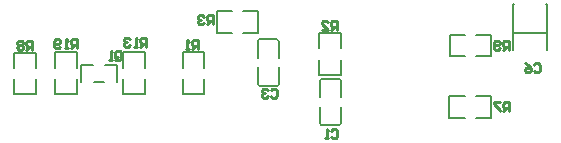
<source format=gbo>
G04*
G04 #@! TF.GenerationSoftware,Altium Limited,Altium Designer,20.1.8 (145)*
G04*
G04 Layer_Color=32896*
%FSLAX25Y25*%
%MOIN*%
G70*
G04*
G04 #@! TF.SameCoordinates,ADFB47FA-FD8B-4379-A6DC-C8A90555AE01*
G04*
G04*
G04 #@! TF.FilePolarity,Positive*
G04*
G01*
G75*
%ADD11C,0.01000*%
%ADD12C,0.00600*%
G36*
X781588Y325135D02*
X782423D01*
Y323335D01*
X781588D01*
Y325135D01*
D01*
D02*
G37*
G36*
X793812D02*
X792977D01*
Y323335D01*
X793812D01*
Y325135D01*
D01*
D02*
G37*
D11*
X649400Y321000D02*
Y323000D01*
X649900Y323499D01*
X650900D01*
X651399Y323000D01*
Y321000D01*
X650900Y320500D01*
X649900D01*
X650400Y321500D02*
X649400Y320500D01*
X649900D02*
X649400Y321000D01*
X648400Y320500D02*
X647401D01*
X647900D01*
Y323499D01*
X648400Y323000D01*
X789000Y318900D02*
X789500Y319399D01*
X790499D01*
X790999Y318900D01*
Y316900D01*
X790499Y316401D01*
X789500D01*
X789000Y316900D01*
X786001Y319399D02*
X787001Y318900D01*
X788000Y317900D01*
Y316900D01*
X787500Y316401D01*
X786501D01*
X786001Y316900D01*
Y317400D01*
X786501Y317900D01*
X788000D01*
X676999Y324112D02*
Y327111D01*
X675500D01*
X675000Y326611D01*
Y325611D01*
X675500Y325111D01*
X676999D01*
X676000D02*
X675000Y324112D01*
X674000D02*
X673001D01*
X673500D01*
Y327111D01*
X674000Y326611D01*
X681962Y332300D02*
Y335299D01*
X680463D01*
X679963Y334800D01*
Y333800D01*
X680463Y333300D01*
X681962D01*
X680963D02*
X679963Y332300D01*
X678963Y334800D02*
X678463Y335299D01*
X677464D01*
X676964Y334800D01*
Y334300D01*
X677464Y333800D01*
X677963D01*
X677464D01*
X676964Y333300D01*
Y332800D01*
X677464Y332300D01*
X678463D01*
X678963Y332800D01*
X723358Y330529D02*
Y333528D01*
X721859D01*
X721359Y333028D01*
Y332028D01*
X721859Y331528D01*
X723358D01*
X722359D02*
X721359Y330529D01*
X718360D02*
X720359D01*
X718360Y332528D01*
Y333028D01*
X718860Y333528D01*
X719860D01*
X720359Y333028D01*
X636653Y324301D02*
Y327300D01*
X635153D01*
X634653Y326800D01*
Y325800D01*
X635153Y325300D01*
X636653D01*
X635653D02*
X634653Y324301D01*
X633653D02*
X632654D01*
X633154D01*
Y327300D01*
X633653Y326800D01*
X631154Y324800D02*
X630654Y324301D01*
X629655D01*
X629155Y324800D01*
Y326800D01*
X629655Y327300D01*
X630654D01*
X631154Y326800D01*
Y326300D01*
X630654Y325800D01*
X629155D01*
X659849Y324800D02*
Y327800D01*
X658349D01*
X657849Y327300D01*
Y326300D01*
X658349Y325800D01*
X659849D01*
X658849D02*
X657849Y324800D01*
X656850D02*
X655850D01*
X656350D01*
Y327800D01*
X656850Y327300D01*
X654351D02*
X653851Y327800D01*
X652851D01*
X652351Y327300D01*
Y326800D01*
X652851Y326300D01*
X653351D01*
X652851D01*
X652351Y325800D01*
Y325300D01*
X652851Y324800D01*
X653851D01*
X654351Y325300D01*
X780699Y323800D02*
Y326800D01*
X779200D01*
X778700Y326300D01*
Y325300D01*
X779200Y324800D01*
X780699D01*
X779700D02*
X778700Y323800D01*
X777700Y324300D02*
X777200Y323800D01*
X776201D01*
X775701Y324300D01*
Y326300D01*
X776201Y326800D01*
X777200D01*
X777700Y326300D01*
Y325800D01*
X777200Y325300D01*
X775701D01*
X621810Y323852D02*
Y326852D01*
X620310D01*
X619810Y326352D01*
Y325352D01*
X620310Y324852D01*
X621810D01*
X620810D02*
X619810Y323852D01*
X618811Y326352D02*
X618311Y326852D01*
X617311D01*
X616811Y326352D01*
Y325852D01*
X617311Y325352D01*
X616811Y324852D01*
Y324352D01*
X617311Y323852D01*
X618311D01*
X618811Y324352D01*
Y324852D01*
X618311Y325352D01*
X618811Y325852D01*
Y326352D01*
X618311Y325352D02*
X617311D01*
X780799Y303400D02*
Y306399D01*
X779300D01*
X778800Y305900D01*
Y304900D01*
X779300Y304400D01*
X780799D01*
X779800D02*
X778800Y303400D01*
X777800Y306399D02*
X775801D01*
Y305900D01*
X777800Y303900D01*
Y303400D01*
X701300Y310363D02*
X701800Y310862D01*
X702799D01*
X703299Y310363D01*
Y308363D01*
X702799Y307863D01*
X701800D01*
X701300Y308363D01*
X700300Y310363D02*
X699800Y310862D01*
X698801D01*
X698301Y310363D01*
Y309863D01*
X698801Y309363D01*
X699300D01*
X698801D01*
X698301Y308863D01*
Y308363D01*
X698801Y307863D01*
X699800D01*
X700300Y308363D01*
X721459Y296928D02*
X721959Y297428D01*
X722959D01*
X723459Y296928D01*
Y294929D01*
X722959Y294429D01*
X721959D01*
X721459Y294929D01*
X720460Y294429D02*
X719460D01*
X719960D01*
Y297428D01*
X720460Y296928D01*
D12*
X724117Y298761D02*
G03*
X724717Y299361I0J600D01*
G01*
X717602D02*
G03*
X718202Y298761I600J0D01*
G01*
X724717Y313622D02*
G03*
X724117Y314222I-600J0D01*
G01*
X718202D02*
G03*
X717602Y313622I0J-600D01*
G01*
X703457Y311869D02*
G03*
X704058Y312469I0J600D01*
G01*
X696943D02*
G03*
X697542Y311869I600J0D01*
G01*
X704058Y326731D02*
G03*
X703457Y327331I-600J0D01*
G01*
X697542D02*
G03*
X696943Y326731I0J-600D01*
G01*
X637991Y313104D02*
Y318822D01*
X642053D01*
X650009Y313104D02*
Y318822D01*
X645947D02*
X650009D01*
X642207Y313104D02*
X645793D01*
X781888Y329525D02*
X793512D01*
X781888Y324835D02*
Y339215D01*
X793512Y324835D02*
Y339215D01*
X781888D02*
X782223D01*
X793177D02*
X793512D01*
X692075Y336811D02*
X697134D01*
Y329589D02*
Y336811D01*
X692075Y329589D02*
X697134D01*
X683266Y336811D02*
X688325D01*
X683266Y329589D02*
Y336811D01*
Y329589D02*
X688325D01*
X629489Y317912D02*
Y322971D01*
X636711D01*
Y317912D02*
Y322971D01*
X629489Y309103D02*
Y314162D01*
Y309103D02*
X636711D01*
Y314162D01*
X679122Y309103D02*
Y314162D01*
X671901Y309103D02*
X679122D01*
X671901D02*
Y314162D01*
X679122Y317912D02*
Y322971D01*
X671901D02*
X679122D01*
X671901Y317912D02*
Y322971D01*
X717495Y324340D02*
Y329399D01*
X724717D01*
Y324340D02*
Y329399D01*
X717495Y315532D02*
Y320590D01*
Y315532D02*
X724717D01*
Y320590D01*
X717602Y299361D02*
Y304912D01*
X724717Y299361D02*
Y304912D01*
X718202Y298761D02*
X724117D01*
X717602Y308071D02*
Y313622D01*
X724717Y308071D02*
Y313622D01*
X718202Y314222D02*
X724117D01*
X696943Y312469D02*
Y318021D01*
X704058Y312469D02*
Y318021D01*
X697542Y311869D02*
X703457D01*
X696943Y321180D02*
Y326731D01*
X704058Y321180D02*
Y326731D01*
X697542Y327331D02*
X703457D01*
X615800Y317871D02*
Y322929D01*
X623021D01*
Y317871D02*
Y322929D01*
X615800Y309062D02*
Y314121D01*
Y309062D02*
X623021D01*
Y314121D01*
X769675Y308411D02*
X774734D01*
Y301189D02*
Y308411D01*
X769675Y301189D02*
X774734D01*
X760866Y308411D02*
X765925D01*
X760866Y301189D02*
Y308411D01*
Y301189D02*
X765925D01*
X769775Y328911D02*
X774834D01*
Y321689D02*
Y328911D01*
X769775Y321689D02*
X774834D01*
X760966Y328911D02*
X766025D01*
X760966Y321689D02*
Y328911D01*
Y321689D02*
X766025D01*
X659211Y309103D02*
Y314162D01*
X651989Y309103D02*
X659211D01*
X651989D02*
Y314162D01*
X659211Y317912D02*
Y322971D01*
X651989D02*
X659211D01*
X651989Y317912D02*
Y322971D01*
M02*

</source>
